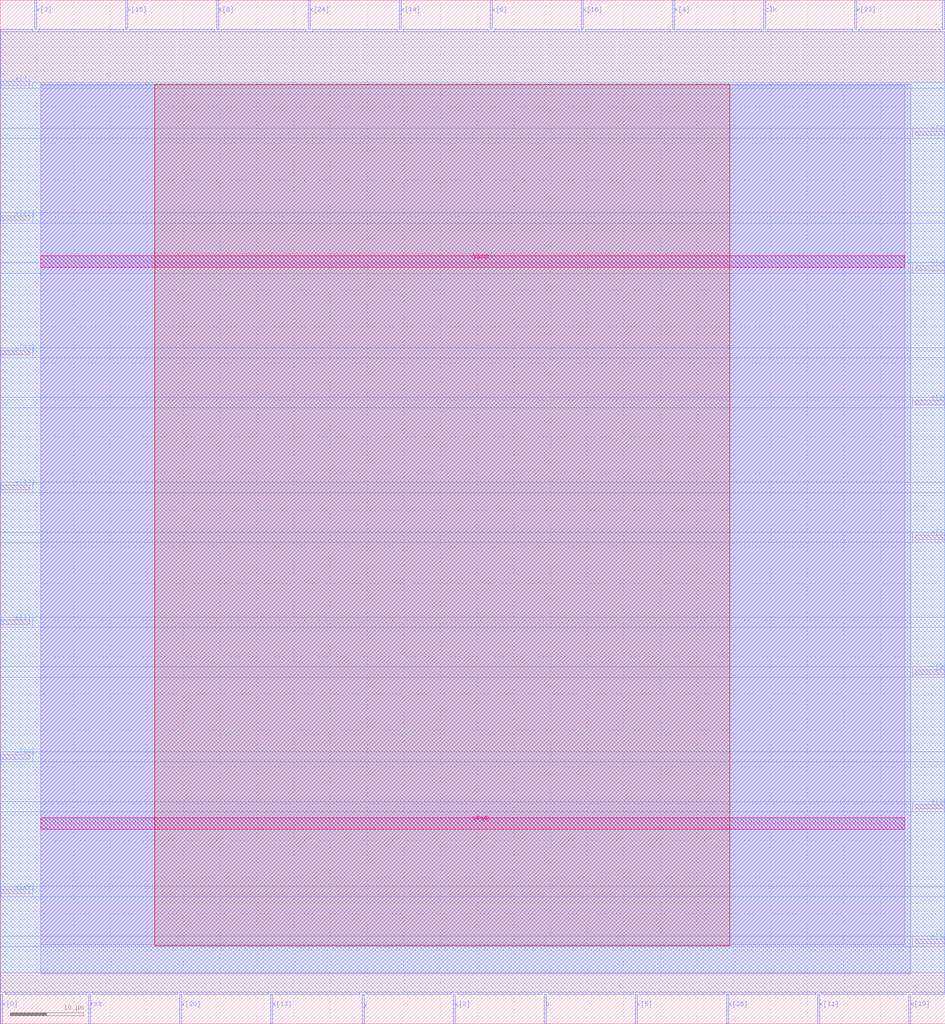
<source format=lef>
VERSION 5.7 ;
  NOWIREEXTENSIONATPIN ON ;
  DIVIDERCHAR "/" ;
  BUSBITCHARS "[]" ;
MACRO spm
  CLASS BLOCK ;
  FOREIGN spm ;
  ORIGIN 0.000 0.000 ;
  SIZE 128.805 BY 139.525 ;
  PIN clk
    DIRECTION INPUT ;
    PORT
      LAYER met2 ;
        RECT 104.050 135.525 104.330 139.525 ;
    END
  END clk
  PIN p
    DIRECTION OUTPUT TRISTATE ;
    PORT
      LAYER met2 ;
        RECT 74.150 0.000 74.430 4.000 ;
    END
  END p
  PIN rst
    DIRECTION INPUT ;
    PORT
      LAYER met2 ;
        RECT 12.050 0.000 12.330 4.000 ;
    END
  END rst
  PIN x[0]
    DIRECTION INPUT ;
    PORT
      LAYER met2 ;
        RECT 0.090 0.000 0.370 4.000 ;
    END
  END x[0]
  PIN x[10]
    DIRECTION INPUT ;
    PORT
      LAYER met3 ;
        RECT 0.000 36.080 4.000 36.680 ;
    END
  END x[10]
  PIN x[11]
    DIRECTION INPUT ;
    PORT
      LAYER met2 ;
        RECT 111.410 0.000 111.690 4.000 ;
    END
  END x[11]
  PIN x[12]
    DIRECTION INPUT ;
    PORT
      LAYER met3 ;
        RECT 124.805 10.920 128.805 11.520 ;
    END
  END x[12]
  PIN x[13]
    DIRECTION INPUT ;
    PORT
      LAYER met2 ;
        RECT 36.890 0.000 37.170 4.000 ;
    END
  END x[13]
  PIN x[14]
    DIRECTION INPUT ;
    PORT
      LAYER met2 ;
        RECT 54.370 135.525 54.650 139.525 ;
    END
  END x[14]
  PIN x[15]
    DIRECTION INPUT ;
    PORT
      LAYER met2 ;
        RECT 17.110 135.525 17.390 139.525 ;
    END
  END x[15]
  PIN x[16]
    DIRECTION INPUT ;
    PORT
      LAYER met2 ;
        RECT 79.210 135.525 79.490 139.525 ;
    END
  END x[16]
  PIN x[17]
    DIRECTION INPUT ;
    PORT
      LAYER met3 ;
        RECT 0.000 72.800 4.000 73.400 ;
    END
  END x[17]
  PIN x[18]
    DIRECTION INPUT ;
    PORT
      LAYER met3 ;
        RECT 124.805 29.280 128.805 29.880 ;
    END
  END x[18]
  PIN x[19]
    DIRECTION INPUT ;
    PORT
      LAYER met2 ;
        RECT 123.830 0.000 124.110 4.000 ;
    END
  END x[19]
  PIN x[1]
    DIRECTION INPUT ;
    PORT
      LAYER met3 ;
        RECT 0.000 54.440 4.000 55.040 ;
    END
  END x[1]
  PIN x[20]
    DIRECTION INPUT ;
    PORT
      LAYER met2 ;
        RECT 24.470 0.000 24.750 4.000 ;
    END
  END x[20]
  PIN x[21]
    DIRECTION INPUT ;
    PORT
      LAYER met3 ;
        RECT 124.805 121.080 128.805 121.680 ;
    END
  END x[21]
  PIN x[22]
    DIRECTION INPUT ;
    PORT
      LAYER met3 ;
        RECT 0.000 91.160 4.000 91.760 ;
    END
  END x[22]
  PIN x[23]
    DIRECTION INPUT ;
    PORT
      LAYER met2 ;
        RECT 116.470 135.525 116.750 139.525 ;
    END
  END x[23]
  PIN x[24]
    DIRECTION INPUT ;
    PORT
      LAYER met2 ;
        RECT 41.950 135.525 42.230 139.525 ;
    END
  END x[24]
  PIN x[25]
    DIRECTION INPUT ;
    PORT
      LAYER met3 ;
        RECT 124.805 102.720 128.805 103.320 ;
    END
  END x[25]
  PIN x[26]
    DIRECTION INPUT ;
    PORT
      LAYER met2 ;
        RECT 98.990 0.000 99.270 4.000 ;
    END
  END x[26]
  PIN x[27]
    DIRECTION INPUT ;
    PORT
      LAYER met3 ;
        RECT 0.000 109.520 4.000 110.120 ;
    END
  END x[27]
  PIN x[28]
    DIRECTION INPUT ;
    PORT
      LAYER met3 ;
        RECT 124.805 84.360 128.805 84.960 ;
    END
  END x[28]
  PIN x[29]
    DIRECTION INPUT ;
    PORT
      LAYER met3 ;
        RECT 0.000 17.720 4.000 18.320 ;
    END
  END x[29]
  PIN x[2]
    DIRECTION INPUT ;
    PORT
      LAYER met2 ;
        RECT 61.730 0.000 62.010 4.000 ;
    END
  END x[2]
  PIN x[30]
    DIRECTION INPUT ;
    PORT
      LAYER met3 ;
        RECT 124.805 47.640 128.805 48.240 ;
    END
  END x[30]
  PIN x[31]
    DIRECTION INPUT ;
    PORT
      LAYER met3 ;
        RECT 124.805 66.000 128.805 66.600 ;
    END
  END x[31]
  PIN x[3]
    DIRECTION INPUT ;
    PORT
      LAYER met2 ;
        RECT 4.690 135.525 4.970 139.525 ;
    END
  END x[3]
  PIN x[4]
    DIRECTION INPUT ;
    PORT
      LAYER met2 ;
        RECT 91.630 135.525 91.910 139.525 ;
    END
  END x[4]
  PIN x[5]
    DIRECTION INPUT ;
    PORT
      LAYER met2 ;
        RECT 86.570 0.000 86.850 4.000 ;
    END
  END x[5]
  PIN x[6]
    DIRECTION INPUT ;
    PORT
      LAYER met2 ;
        RECT 66.790 135.525 67.070 139.525 ;
    END
  END x[6]
  PIN x[7]
    DIRECTION INPUT ;
    PORT
      LAYER met3 ;
        RECT 0.000 127.880 4.000 128.480 ;
    END
  END x[7]
  PIN x[8]
    DIRECTION INPUT ;
    PORT
      LAYER met2 ;
        RECT 29.530 135.525 29.810 139.525 ;
    END
  END x[8]
  PIN x[9]
    DIRECTION INPUT ;
    PORT
      LAYER met2 ;
        RECT 128.430 135.525 128.710 139.525 ;
    END
  END x[9]
  PIN y
    DIRECTION INPUT ;
    PORT
      LAYER met2 ;
        RECT 49.310 0.000 49.590 4.000 ;
    END
  END y
  PIN VPWR
    DIRECTION INPUT ;
    USE POWER ;
    PORT
      LAYER met5 ;
        RECT 5.520 26.490 123.280 28.090 ;
    END
  END VPWR
  PIN VGND
    DIRECTION INPUT ;
    USE GROUND ;
    PORT
      LAYER met5 ;
        RECT 5.520 103.080 123.280 104.680 ;
    END
  END VGND
  OBS
      LAYER li1 ;
        RECT 5.520 10.795 123.280 127.925 ;
      LAYER met1 ;
        RECT 5.520 6.840 124.130 128.080 ;
      LAYER met2 ;
        RECT 0.090 135.245 4.410 135.525 ;
        RECT 5.250 135.245 16.830 135.525 ;
        RECT 17.670 135.245 29.250 135.525 ;
        RECT 30.090 135.245 41.670 135.525 ;
        RECT 42.510 135.245 54.090 135.525 ;
        RECT 54.930 135.245 66.510 135.525 ;
        RECT 67.350 135.245 78.930 135.525 ;
        RECT 79.770 135.245 91.350 135.525 ;
        RECT 92.190 135.245 103.770 135.525 ;
        RECT 104.610 135.245 116.190 135.525 ;
        RECT 117.030 135.245 128.150 135.525 ;
        RECT 0.090 4.280 128.710 135.245 ;
        RECT 0.650 4.000 11.770 4.280 ;
        RECT 12.610 4.000 24.190 4.280 ;
        RECT 25.030 4.000 36.610 4.280 ;
        RECT 37.450 4.000 49.030 4.280 ;
        RECT 49.870 4.000 61.450 4.280 ;
        RECT 62.290 4.000 73.870 4.280 ;
        RECT 74.710 4.000 86.290 4.280 ;
        RECT 87.130 4.000 98.710 4.280 ;
        RECT 99.550 4.000 111.130 4.280 ;
        RECT 111.970 4.000 123.550 4.280 ;
        RECT 124.390 4.000 128.710 4.280 ;
      LAYER met3 ;
        RECT 4.400 127.480 128.735 128.345 ;
        RECT 0.065 122.080 128.735 127.480 ;
        RECT 0.065 120.680 124.405 122.080 ;
        RECT 0.065 110.520 128.735 120.680 ;
        RECT 4.400 109.120 128.735 110.520 ;
        RECT 0.065 103.720 128.735 109.120 ;
        RECT 0.065 102.320 124.405 103.720 ;
        RECT 0.065 92.160 128.735 102.320 ;
        RECT 4.400 90.760 128.735 92.160 ;
        RECT 0.065 85.360 128.735 90.760 ;
        RECT 0.065 83.960 124.405 85.360 ;
        RECT 0.065 73.800 128.735 83.960 ;
        RECT 4.400 72.400 128.735 73.800 ;
        RECT 0.065 67.000 128.735 72.400 ;
        RECT 0.065 65.600 124.405 67.000 ;
        RECT 0.065 55.440 128.735 65.600 ;
        RECT 4.400 54.040 128.735 55.440 ;
        RECT 0.065 48.640 128.735 54.040 ;
        RECT 0.065 47.240 124.405 48.640 ;
        RECT 0.065 37.080 128.735 47.240 ;
        RECT 4.400 35.680 128.735 37.080 ;
        RECT 0.065 30.280 128.735 35.680 ;
        RECT 0.065 28.880 124.405 30.280 ;
        RECT 0.065 18.720 128.735 28.880 ;
        RECT 4.400 17.320 128.735 18.720 ;
        RECT 0.065 11.920 128.735 17.320 ;
        RECT 0.065 10.520 124.405 11.920 ;
        RECT 0.065 6.975 128.735 10.520 ;
      LAYER met4 ;
        RECT 21.040 10.640 99.440 128.080 ;
  END
END spm
END LIBRARY


</source>
